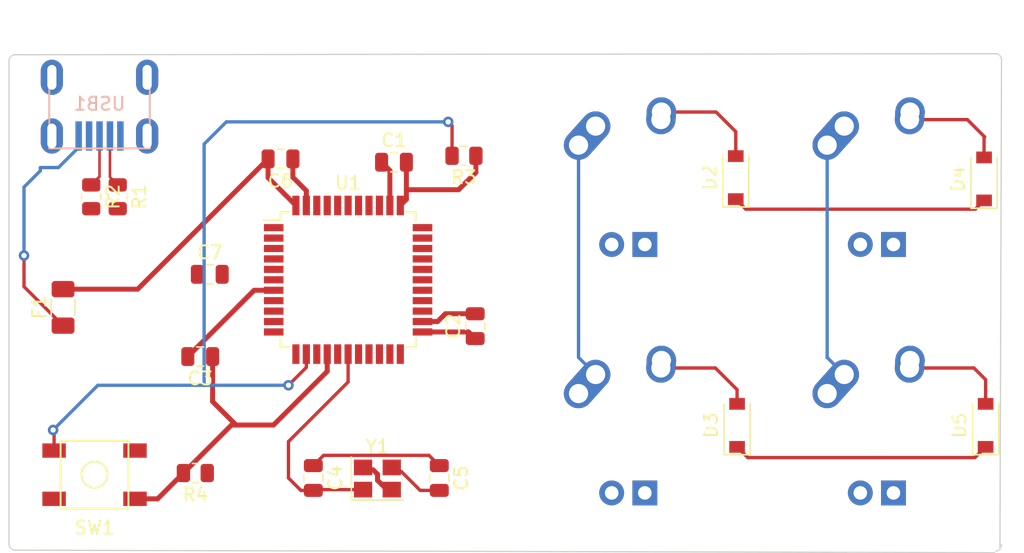
<source format=kicad_pcb>
(kicad_pcb (version 20211014) (generator pcbnew)
  (layers (0 "F.Cu" signal) (31 "B.Cu" signal) (34 "B.Paste" user) (35 "F.Paste" user) (36 "B.SilkS" user "B.Silkscreen") (37 "F.SilkS" user "F.Silkscreen") (38 "B.Mask" user) (39 "F.Mask" user) (44 "Edge.Cuts" user))
  (net 0 "")
  (net 1 "GND")
  (net 2 "+5V")
  (net 3 "Net-(C4-Pad1)")
  (net 4 "Net-(C4-Pad2)")
  (net 5 "Net-(C5-Pad2)")
  (net 6 "Net-(C7-Pad2)")
  (net 7 "/ROW0")
  (net 8 "Net-(D1-Pad2)")
  (net 9 "/ROW1")
  (net 10 "Net-(D3-Pad2)")
  (net 11 "Net-(D4-Pad2)")
  (net 12 "Net-(D5-Pad2)")
  (net 13 "VCC")
  (net 14 "/COL0")
  (net 15 "/COL1")
  (net 16 "/D-")
  (net 17 "Net-(R1-Pad2)")
  (net 18 "/D+")
  (net 19 "Net-(R2-Pad2)")
  (net 20 "Net-(R3-Pad2)")
  (net 21 "Net-(R4-Pad1)")
  (footprint "Capacitor_SMD:C_0805_2012Metric" (layer "F.Cu") (at 207.348 122.594)
    (fp_text reference "C1" (at 0 -1.68) (layer "F.SilkS"))
    (fp_text value "0.1uF")
    (fp_line (start -0.261252 -0.735) (end 0.261252 -0.735) (layer "F.SilkS") (width 0.12))
    (fp_line (start -0.261252 0.735) (end 0.261252 0.735) (layer "F.SilkS") (width 0.12))
    (pad "1" smd roundrect (at -0.95 0) (size 1 1.45) (layers "F.Cu" "F.Paste" "F.Mask") (net 1 "GND"))
    (pad "2" smd roundrect (at 0.95 0) (size 1 1.45) (layers "F.Cu" "F.Paste" "F.Mask") (net 2 "+5V"))
  )
  (footprint "MX_Alps_Hybrid:MX-1U" (layer "F.Cu") (at 244.348 123.825)
    (fp_text reference "MX4")
    (fp_text value "MX-NoLED")
    (pad "" np_thru_hole circle locked (at 0 0) (size 3.9878 3.9878) (drill 3.9878) (layers *.Cu *.Mask))
    (pad "" np_thru_hole circle locked (at 5.08 0 48.0996) (size 1.75 1.75) (drill 1.75) (layers *.Cu *.Mask))
    (pad "" np_thru_hole circle locked (at -5.08 0 48.0996) (size 1.75 1.75) (drill 1.75) (layers *.Cu *.Mask))
    (pad "1" thru_hole oval locked (at -3.81 -2.54 48.0996) (size 4.211556 2.25) (drill 1.47 (offset 0.980778 0)) (layers *.Cu "B.Mask") (net 15 "/COL1"))
    (pad "1" thru_hole circle locked (at -2.5 -4) (size 2.25 2.25) (drill 1.47) (layers *.Cu "B.Mask") (net 15 "/COL1"))
    (pad "2" thru_hole oval locked (at 2.5 -4.5 86.0548) (size 2.831378 2.25) (drill 1.47 (offset 0.290689 0)) (layers *.Cu "B.Mask") (net 11 "Net-(D4-Pad2)"))
    (pad "2" thru_hole circle locked (at 2.54 -5.08) (size 2.25 2.25) (drill 1.47) (layers *.Cu "B.Mask") (net 11 "Net-(D4-Pad2)"))
    (pad "3" thru_hole circle locked (at -1.27 5.08) (size 1.905 1.905) (drill 1.04) (layers *.Cu "B.Mask"))
    (pad "4" thru_hole rect locked (at 1.27 5.08) (size 1.905 1.905) (drill 1.04) (layers *.Cu "B.Mask"))
  )
  (footprint "Crystal:Crystal_SMD_3225-4Pin_3.2x2.5mm" (layer "F.Cu") (at 206.078 146.851)
    (fp_text reference "Y1" (at 0 -2.45) (layer "F.SilkS"))
    (fp_text value "16MHz")
    (fp_line (start -2 -1.65) (end -2 1.65) (layer "F.SilkS") (width 0.12))
    (fp_line (start -2 1.65) (end 2 1.65) (layer "F.SilkS") (width 0.12))
    (pad "1" smd rect (at -1.1 0.85) (size 1.4 1.2) (layers "F.Cu" "F.Paste" "F.Mask") (net 4 "Net-(C4-Pad2)"))
    (pad "2" smd rect (at 1.1 0.85) (size 1.4 1.2) (layers "F.Cu" "F.Paste" "F.Mask") (net 1 "GND"))
    (pad "3" smd rect (at 1.1 -0.85) (size 1.4 1.2) (layers "F.Cu" "F.Paste" "F.Mask") (net 5 "Net-(C5-Pad2)"))
    (pad "4" smd rect (at -1.1 -0.85) (size 1.4 1.2) (layers "F.Cu" "F.Paste" "F.Mask") (net 1 "GND"))
  )
  (footprint "Diode_SMD:D_SOD-123" (layer "F.Cu") (at 252.67925 142.775 90)
    (fp_text reference "D5" (at 0 -2 90) (layer "F.SilkS"))
    (fp_text value "SOD-123")
    (fp_line (start -2.25 1) (end 1.65 1) (layer "F.SilkS") (width 0.12))
    (fp_line (start -2.25 -1) (end 1.65 -1) (layer "F.SilkS") (width 0.12))
    (fp_line (start -2.25 -1) (end -2.25 1) (layer "F.SilkS") (width 0.12))
    (pad "1" smd rect (at -1.65 0 90) (size 0.9 1.2) (layers "F.Cu" "F.Paste" "F.Mask") (net 9 "/ROW1"))
    (pad "2" smd rect (at 1.65 0 90) (size 0.9 1.2) (layers "F.Cu" "F.Paste" "F.Mask") (net 12 "Net-(D5-Pad2)"))
  )
  (footprint "Capacitor_SMD:C_0805_2012Metric" (layer "F.Cu") (at 192.5 137.5 180)
    (fp_text reference "C3" (at 0 -1.68) (layer "F.SilkS"))
    (fp_text value "0.1uF")
    (fp_line (start -0.261252 0.735) (end 0.261252 0.735) (layer "F.SilkS") (width 0.12))
    (fp_line (start -0.261252 -0.735) (end 0.261252 -0.735) (layer "F.SilkS") (width 0.12))
    (pad "1" smd roundrect (at -0.95 0 180) (size 1 1.45) (layers "F.Cu" "F.Paste" "F.Mask") (net 1 "GND"))
    (pad "2" smd roundrect (at 0.95 0 180) (size 1 1.45) (layers "F.Cu" "F.Paste" "F.Mask") (net 2 "+5V"))
  )
  (footprint "Resistor_SMD:R_0805_2012Metric" (layer "F.Cu") (at 186.182 125.2455 -90)
    (fp_text reference "R1" (at 0 -1.65 90) (layer "F.SilkS"))
    (fp_text value "22")
    (fp_line (start -0.227064 0.735) (end 0.227064 0.735) (layer "F.SilkS") (width 0.12))
    (fp_line (start -0.227064 -0.735) (end 0.227064 -0.735) (layer "F.SilkS") (width 0.12))
    (pad "1" smd roundrect (at -0.9125 0 270) (size 1.025 1.4) (layers "F.Cu" "F.Paste" "F.Mask") (roundrect_rratio 0.243902) (net 16 "/D-"))
    (pad "2" smd roundrect (at 0.9125 0 270) (size 1.025 1.4) (layers "F.Cu" "F.Paste" "F.Mask") (roundrect_rratio 0.243902) (net 17 "Net-(R1-Pad2)"))
  )
  (footprint "MX_Alps_Hybrid:MX-1U" (layer "F.Cu") (at 244.348 142.875)
    (fp_text reference "MX5")
    (fp_text value "MX-NoLED")
    (pad "" np_thru_hole circle locked (at 5.08 0 48.0996) (size 1.75 1.75) (drill 1.75) (layers *.Cu *.Mask))
    (pad "" np_thru_hole circle locked (at 0 0) (size 3.9878 3.9878) (drill 3.9878) (layers *.Cu *.Mask))
    (pad "" np_thru_hole circle locked (at -5.08 0 48.0996) (size 1.75 1.75) (drill 1.75) (layers *.Cu *.Mask))
    (pad "1" thru_hole oval locked (at -3.81 -2.54 48.0996) (size 4.211556 2.25) (drill 1.47 (offset 0.980778 0)) (layers *.Cu "B.Mask") (net 15 "/COL1"))
    (pad "1" thru_hole circle locked (at -2.5 -4) (size 2.25 2.25) (drill 1.47) (layers *.Cu "B.Mask") (net 15 "/COL1"))
    (pad "2" thru_hole circle locked (at 2.54 -5.08) (size 2.25 2.25) (drill 1.47) (layers *.Cu "B.Mask") (net 12 "Net-(D5-Pad2)"))
    (pad "2" thru_hole oval locked (at 2.5 -4.5 86.0548) (size 2.831378 2.25) (drill 1.47 (offset 0.290689 0)) (layers *.Cu "B.Mask") (net 12 "Net-(D5-Pad2)"))
    (pad "3" thru_hole circle locked (at -1.27 5.08) (size 1.905 1.905) (drill 1.04) (layers *.Cu "B.Mask"))
    (pad "4" thru_hole rect locked (at 1.27 5.08) (size 1.905 1.905) (drill 1.04) (layers *.Cu "B.Mask"))
  )
  (footprint "MX_Alps_Hybrid:MX-1U" (layer "F.Cu") (at 225.298 142.875)
    (fp_text reference "MX3")
    (fp_text value "MX-NoLED")
    (pad "" np_thru_hole circle locked (at 5.08 0 48.0996) (size 1.75 1.75) (drill 1.75) (layers *.Cu *.Mask))
    (pad "" np_thru_hole circle locked (at 0 0) (size 3.9878 3.9878) (drill 3.9878) (layers *.Cu *.Mask))
    (pad "" np_thru_hole circle locked (at -5.08 0 48.0996) (size 1.75 1.75) (drill 1.75) (layers *.Cu *.Mask))
    (pad "1" thru_hole oval locked (at -3.81 -2.54 48.0996) (size 4.211556 2.25) (drill 1.47 (offset 0.980778 0)) (layers *.Cu "B.Mask") (net 14 "/COL0"))
    (pad "1" thru_hole circle locked (at -2.5 -4) (size 2.25 2.25) (drill 1.47) (layers *.Cu "B.Mask") (net 14 "/COL0"))
    (pad "2" thru_hole circle locked (at 2.54 -5.08) (size 2.25 2.25) (drill 1.47) (layers *.Cu "B.Mask") (net 10 "Net-(D3-Pad2)"))
    (pad "2" thru_hole oval locked (at 2.5 -4.5 86.0548) (size 2.831378 2.25) (drill 1.47 (offset 0.290689 0)) (layers *.Cu "B.Mask") (net 10 "Net-(D3-Pad2)"))
    (pad "3" thru_hole circle locked (at -1.27 5.08) (size 1.905 1.905) (drill 1.04) (layers *.Cu "B.Mask"))
    (pad "4" thru_hole rect locked (at 1.27 5.08) (size 1.905 1.905) (drill 1.04) (layers *.Cu "B.Mask"))
  )
  (footprint "Resistor_SMD:R_0805_2012Metric" (layer "F.Cu") (at 184.15 125.2455 -90)
    (fp_text reference "R2" (at 0 -1.65 90) (layer "F.SilkS"))
    (fp_text value "22")
    (fp_line (start -0.227064 0.735) (end 0.227064 0.735) (layer "F.SilkS") (width 0.12))
    (fp_line (start -0.227064 -0.735) (end 0.227064 -0.735) (layer "F.SilkS") (width 0.12))
    (pad "1" smd roundrect (at -0.9125 0 270) (size 1.025 1.4) (layers "F.Cu" "F.Paste" "F.Mask") (roundrect_rratio 0.243902) (net 18 "/D+"))
    (pad "2" smd roundrect (at 0.9125 0 270) (size 1.025 1.4) (layers "F.Cu" "F.Paste" "F.Mask") (roundrect_rratio 0.243902) (net 19 "Net-(R2-Pad2)"))
  )
  (footprint "Fuse:Fuse_1206_3216Metric" (layer "F.Cu") (at 181.991 133.728 90)
    (fp_text reference "F1" (at 0 -1.82 90) (layer "F.SilkS"))
    (fp_text value "500mA")
    (fp_line (start -0.602064 -0.91) (end 0.602064 -0.91) (layer "F.SilkS") (width 0.12))
    (fp_line (start -0.602064 0.91) (end 0.602064 0.91) (layer "F.SilkS") (width 0.12))
    (pad "1" smd roundrect (at -1.4 0 90) (size 1.25 1.75) (layers "F.Cu" "F.Paste" "F.Mask") (roundrect_rratio 0.2) (net 13 "VCC"))
    (pad "2" smd roundrect (at 1.4 0 90) (size 1.25 1.75) (layers "F.Cu" "F.Paste" "F.Mask") (roundrect_rratio 0.2) (net 2 "+5V"))
  )
  (footprint "MX_Alps_Hybrid:MX-1U" (layer "F.Cu") (at 225.298 123.825)
    (fp_text reference "MX1")
    (fp_text value "MX-NoLED")
    (pad "" np_thru_hole circle locked (at -5.08 0 48.0996) (size 1.75 1.75) (drill 1.75) (layers *.Cu *.Mask))
    (pad "" np_thru_hole circle locked (at 5.08 0 48.0996) (size 1.75 1.75) (drill 1.75) (layers *.Cu *.Mask))
    (pad "" np_thru_hole circle locked (at 0 0) (size 3.9878 3.9878) (drill 3.9878) (layers *.Cu *.Mask))
    (pad "1" thru_hole circle locked (at -2.5 -4) (size 2.25 2.25) (drill 1.47) (layers *.Cu "B.Mask") (net 14 "/COL0"))
    (pad "1" thru_hole oval locked (at -3.81 -2.54 48.0996) (size 4.211556 2.25) (drill 1.47 (offset 0.980778 0)) (layers *.Cu "B.Mask") (net 14 "/COL0"))
    (pad "2" thru_hole circle locked (at 2.54 -5.08) (size 2.25 2.25) (drill 1.47) (layers *.Cu "B.Mask") (net 8 "Net-(D1-Pad2)"))
    (pad "2" thru_hole oval locked (at 2.5 -4.5 86.0548) (size 2.831378 2.25) (drill 1.47 (offset 0.290689 0)) (layers *.Cu "B.Mask") (net 8 "Net-(D1-Pad2)"))
    (pad "3" thru_hole circle locked (at -1.27 5.08) (size 1.905 1.905) (drill 1.04) (layers *.Cu "B.Mask"))
    (pad "4" thru_hole rect locked (at 1.27 5.08) (size 1.905 1.905) (drill 1.04) (layers *.Cu "B.Mask"))
  )
  (footprint "Capacitor_SMD:C_0805_2012Metric" (layer "F.Cu") (at 198.651 122.34 180)
    (fp_text reference "C6" (at 0 -1.68) (layer "F.SilkS"))
    (fp_text value "10uF")
    (fp_line (start -0.261252 -0.735) (end 0.261252 -0.735) (layer "F.SilkS") (width 0.12))
    (fp_line (start -0.261252 0.735) (end 0.261252 0.735) (layer "F.SilkS") (width 0.12))
    (pad "1" smd roundrect (at -0.95 0 180) (size 1 1.45) (layers "F.Cu" "F.Paste" "F.Mask") (net 1 "GND"))
    (pad "2" smd roundrect (at 0.95 0 180) (size 1 1.45) (layers "F.Cu" "F.Paste" "F.Mask") (net 2 "+5V"))
  )
  (footprint "Capacitor_SMD:C_0805_2012Metric" (layer "F.Cu") (at 201.168 146.812 -90)
    (fp_text reference "C4" (at 0 -1.68 90) (layer "F.SilkS"))
    (fp_text value "22pF")
    (fp_line (start -0.261252 -0.735) (end 0.261252 -0.735) (layer "F.SilkS") (width 0.12))
    (fp_line (start -0.261252 0.735) (end 0.261252 0.735) (layer "F.SilkS") (width 0.12))
    (pad "1" smd roundrect (at -0.95 0 270) (size 1 1.45) (layers "F.Cu" "F.Paste" "F.Mask") (net 3 "Net-(C4-Pad1)"))
    (pad "2" smd roundrect (at 0.95 0 270) (size 1 1.45) (layers "F.Cu" "F.Paste" "F.Mask") (net 4 "Net-(C4-Pad2)"))
  )
  (footprint "Package_QFP:TQFP-44_10x10mm_P0.8mm" (layer "F.Cu") (at 203.833 131.611)
    (fp_text reference "U1" (at 0 -7.45) (layer "F.SilkS"))
    (fp_text value "ATmega32U4-A")
    (fp_line (start -5.175 5.175) (end -4.5 5.175) (layer "F.SilkS") (width 0.15))
    (fp_line (start 5.175 5.175) (end 4.5 5.175) (layer "F.SilkS") (width 0.15))
    (fp_line (start -5.175 -4.6) (end -6.45 -4.6) (layer "F.SilkS") (width 0.15))
    (fp_line (start -5.175 5.175) (end -5.175 4.5) (layer "F.SilkS") (width 0.15))
    (fp_line (start 5.175 5.175) (end 5.175 4.5) (layer "F.SilkS") (width 0.15))
    (fp_line (start -5.175 -5.175) (end -4.5 -5.175) (layer "F.SilkS") (width 0.15))
    (fp_line (start -5.175 -5.175) (end -5.175 -4.6) (layer "F.SilkS") (width 0.15))
    (fp_line (start 5.175 -5.175) (end 4.5 -5.175) (layer "F.SilkS") (width 0.15))
    (fp_line (start 5.175 -5.175) (end 5.175 -4.5) (layer "F.SilkS") (width 0.15))
    (pad "1" smd rect (at -5.7 -4) (size 1.5 0.55) (layers "F.Cu" "F.Paste" "F.Mask"))
    (pad "2" smd rect (at -5.7 -3.2) (size 1.5 0.55) (layers "F.Cu" "F.Paste" "F.Mask") (net 2 "+5V"))
    (pad "3" smd rect (at -5.7 -2.4) (size 1.5 0.55) (layers "F.Cu" "F.Paste" "F.Mask") (net 17 "Net-(R1-Pad2)"))
    (pad "4" smd rect (at -5.7 -1.6) (size 1.5 0.55) (layers "F.Cu" "F.Paste" "F.Mask") (net 19 "Net-(R2-Pad2)"))
    (pad "5" smd rect (at -5.7 -0.8) (size 1.5 0.55) (layers "F.Cu" "F.Paste" "F.Mask") (net 1 "GND"))
    (pad "6" smd rect (at -5.7 0) (size 1.5 0.55) (layers "F.Cu" "F.Paste" "F.Mask") (net 6 "Net-(C7-Pad2)"))
    (pad "7" smd rect (at -5.7 0.8) (size 1.5 0.55) (layers "F.Cu" "F.Paste" "F.Mask") (net 2 "+5V"))
    (pad "8" smd rect (at -5.7 1.6) (size 1.5 0.55) (layers "F.Cu" "F.Paste" "F.Mask"))
    (pad "9" smd rect (at -5.7 2.4) (size 1.5 0.55) (layers "F.Cu" "F.Paste" "F.Mask"))
    (pad "10" smd rect (at -5.7 3.2) (size 1.5 0.55) (layers "F.Cu" "F.Paste" "F.Mask"))
    (pad "11" smd rect (at -5.7 4) (size 1.5 0.55) (layers "F.Cu" "F.Paste" "F.Mask"))
    (pad "12" smd rect (at -4 5.7 90) (size 1.5 0.55) (layers "F.Cu" "F.Paste" "F.Mask"))
    (pad "13" smd rect (at -3.2 5.7 90) (size 1.5 0.55) (layers "F.Cu" "F.Paste" "F.Mask") (net 20 "Net-(R3-Pad2)"))
    (pad "14" smd rect (at -2.4 5.7 90) (size 1.5 0.55) (layers "F.Cu" "F.Paste" "F.Mask") (net 2 "+5V"))
    (pad "15" smd rect (at -1.6 5.7 90) (size 1.5 0.55) (layers "F.Cu" "F.Paste" "F.Mask") (net 1 "GND"))
    (pad "16" smd rect (at -0.8 5.7 90) (size 1.5 0.55) (layers "F.Cu" "F.Paste" "F.Mask") (net 5 "Net-(C5-Pad2)"))
    (pad "17" smd rect (at 0 5.7 90) (size 1.5 0.55) (layers "F.Cu" "F.Paste" "F.Mask") (net 4 "Net-(C4-Pad2)"))
    (pad "18" smd rect (at 0.8 5.7 90) (size 1.5 0.55) (layers "F.Cu" "F.Paste" "F.Mask"))
    (pad "19" smd rect (at 1.6 5.7 90) (size 1.5 0.55) (layers "F.Cu" "F.Paste" "F.Mask"))
    (pad "20" smd rect (at 2.4 5.7 90) (size 1.5 0.55) (layers "F.Cu" "F.Paste" "F.Mask"))
    (pad "21" smd rect (at 3.2 5.7 90) (size 1.5 0.55) (layers "F.Cu" "F.Paste" "F.Mask"))
    (pad "22" smd rect (at 4 5.7 90) (size 1.5 0.55) (layers "F.Cu" "F.Paste" "F.Mask"))
    (pad "23" smd rect (at 5.7 4) (size 1.5 0.55) (layers "F.Cu" "F.Paste" "F.Mask") (net 1 "GND"))
    (pad "24" smd rect (at 5.7 3.2) (size 1.5 0.55) (layers "F.Cu" "F.Paste" "F.Mask") (net 2 "+5V"))
    (pad "25" smd rect (at 5.7 2.4) (size 1.5 0.55) (layers "F.Cu" "F.Paste" "F.Mask"))
    (pad "26" smd rect (at 5.7 1.6) (size 1.5 0.55) (layers "F.Cu" "F.Paste" "F.Mask"))
    (pad "27" smd rect (at 5.7 0.8) (size 1.5 0.55) (layers "F.Cu" "F.Paste" "F.Mask") (net 7 "/ROW0"))
    (pad "28" smd rect (at 5.7 0) (size 1.5 0.55) (layers "F.Cu" "F.Paste" "F.Mask") (net 15 "/COL1"))
    (pad "29" smd rect (at 5.7 -0.8) (size 1.5 0.55) (layers "F.Cu" "F.Paste" "F.Mask") (net 14 "/COL0"))
    (pad "30" smd rect (at 5.7 -1.6) (size 1.5 0.55) (layers "F.Cu" "F.Paste" "F.Mask") (net 9 "/ROW1"))
    (pad "31" smd rect (at 5.7 -2.4) (size 1.5 0.55) (layers "F.Cu" "F.Paste" "F.Mask"))
    (pad "32" smd rect (at 5.7 -3.2) (size 1.5 0.55) (layers "F.Cu" "F.Paste" "F.Mask"))
    (pad "33" smd rect (at 5.7 -4) (size 1.5 0.55) (layers "F.Cu" "F.Paste" "F.Mask") (net 21 "Net-(R4-Pad1)"))
    (pad "34" smd rect (at 4 -5.7 90) (size 1.5 0.55) (layers "F.Cu" "F.Paste" "F.Mask") (net 2 "+5V"))
    (pad "35" smd rect (at 3.2 -5.7 90) (size 1.5 0.55) (layers "F.Cu" "F.Paste" "F.Mask") (net 1 "GND"))
    (pad "36" smd rect (at 2.4 -5.7 90) (size 1.5 0.55) (layers "F.Cu" "F.Paste" "F.Mask"))
    (pad "37" smd rect (at 1.6 -5.7 90) (size 1.5 0.55) (layers "F.Cu" "F.Paste" "F.Mask"))
    (pad "38" smd rect (at 0.8 -5.7 90) (size 1.5 0.55) (layers "F.Cu" "F.Paste" "F.Mask"))
    (pad "39" smd rect (at 0 -5.7 90) (size 1.5 0.55) (layers "F.Cu" "F.Paste" "F.Mask"))
    (pad "40" smd rect (at -0.8 -5.7 90) (size 1.5 0.55) (layers "F.Cu" "F.Paste" "F.Mask"))
    (pad "41" smd rect (at -1.6 -5.7 90) (size 1.5 0.55) (layers "F.Cu" "F.Paste" "F.Mask"))
    (pad "42" smd rect (at -2.4 -5.7 90) (size 1.5 0.55) (layers "F.Cu" "F.Paste" "F.Mask"))
    (pad "43" smd rect (at -3.2 -5.7 90) (size 1.5 0.55) (layers "F.Cu" "F.Paste" "F.Mask") (net 1 "GND"))
    (pad "44" smd rect (at -4 -5.7 90) (size 1.5 0.55) (layers "F.Cu" "F.Paste" "F.Mask") (net 2 "+5V"))
  )
  (footprint "Diode_SMD:D_SOD-123" (layer "F.Cu") (at 233.6355 142.775 90)
    (fp_text reference "D3" (at 0 -2 90) (layer "F.SilkS"))
    (fp_text value "SOD-123")
    (fp_line (start -2.25 1) (end 1.65 1) (layer "F.SilkS") (width 0.12))
    (fp_line (start -2.25 -1) (end 1.65 -1) (layer "F.SilkS") (width 0.12))
    (fp_line (start -2.25 -1) (end -2.25 1) (layer "F.SilkS") (width 0.12))
    (pad "1" smd rect (at -1.65 0 90) (size 0.9 1.2) (layers "F.Cu" "F.Paste" "F.Mask") (net 9 "/ROW1"))
    (pad "2" smd rect (at 1.65 0 90) (size 0.9 1.2) (layers "F.Cu" "F.Paste" "F.Mask") (net 10 "Net-(D3-Pad2)"))
  )
  (footprint "Resistor_SMD:R_0805_2012Metric" (layer "F.Cu") (at 192.1275 146.431 180)
    (fp_text reference "R4" (at 0 -1.65) (layer "F.SilkS"))
    (fp_text value "10k")
    (fp_line (start -0.227064 0.735) (end 0.227064 0.735) (layer "F.SilkS") (width 0.12))
    (fp_line (start -0.227064 -0.735) (end 0.227064 -0.735) (layer "F.SilkS") (width 0.12))
    (pad "1" smd roundrect (at -0.9125 0 180) (size 1.025 1.4) (layers "F.Cu" "F.Paste" "F.Mask") (roundrect_rratio 0.243902) (net 21 "Net-(R4-Pad1)"))
    (pad "2" smd roundrect (at 0.9125 0 180) (size 1.025 1.4) (layers "F.Cu" "F.Paste" "F.Mask") (roundrect_rratio 0.243902) (net 1 "GND"))
  )
  (footprint "Diode_SMD:D_SOD-123" (layer "F.Cu") (at 252.5605 123.875 90)
    (fp_text reference "D4" (at 0 -2 90) (layer "F.SilkS"))
    (fp_text value "SOD-123")
    (fp_line (start -2.25 -1) (end 1.65 -1) (layer "F.SilkS") (width 0.12))
    (fp_line (start -2.25 1) (end 1.65 1) (layer "F.SilkS") (width 0.12))
    (fp_line (start -2.25 -1) (end -2.25 1) (layer "F.SilkS") (width 0.12))
    (pad "1" smd rect (at -1.65 0 90) (size 0.9 1.2) (layers "F.Cu" "F.Paste" "F.Mask") (net 7 "/ROW0"))
    (pad "2" smd rect (at 1.65 0 90) (size 0.9 1.2) (layers "F.Cu" "F.Paste" "F.Mask") (net 11 "Net-(D4-Pad2)"))
  )
  (footprint "Resistor_SMD:R_0805_2012Metric" (layer "F.Cu") (at 212.71 122.101 180)
    (fp_text reference "R3" (at 0 -1.65) (layer "F.SilkS"))
    (fp_text value "10k")
    (fp_line (start -0.227064 0.735) (end 0.227064 0.735) (layer "F.SilkS") (width 0.12))
    (fp_line (start -0.227064 -0.735) (end 0.227064 -0.735) (layer "F.SilkS") (width 0.12))
    (pad "1" smd roundrect (at -0.9125 0 180) (size 1.025 1.4) (layers "F.Cu" "F.Paste" "F.Mask") (roundrect_rratio 0.243902) (net 2 "+5V"))
    (pad "2" smd roundrect (at 0.9125 0 180) (size 1.025 1.4) (layers "F.Cu" "F.Paste" "F.Mask") (roundrect_rratio 0.243902) (net 20 "Net-(R3-Pad2)"))
  )
  (footprint "Capacitor_SMD:C_0805_2012Metric" (layer "F.Cu") (at 210.82 146.812 -90)
    (fp_text reference "C5" (at 0 -1.68 90) (layer "F.SilkS"))
    (fp_text value "22pF")
    (fp_line (start -0.261252 -0.735) (end 0.261252 -0.735) (layer "F.SilkS") (width 0.12))
    (fp_line (start -0.261252 0.735) (end 0.261252 0.735) (layer "F.SilkS") (width 0.12))
    (pad "1" smd roundrect (at -0.95 0 270) (size 1 1.45) (layers "F.Cu" "F.Paste" "F.Mask") (net 3 "Net-(C4-Pad1)"))
    (pad "2" smd roundrect (at 0.95 0 270) (size 1 1.45) (layers "F.Cu" "F.Paste" "F.Mask") (net 5 "Net-(C5-Pad2)"))
  )
  (footprint "Capacitor_SMD:C_0805_2012Metric" (layer "F.Cu") (at 193.233 131.191)
    (fp_text reference "C7" (at 0 -1.68) (layer "F.SilkS"))
    (fp_text value "1uF")
    (fp_line (start -0.261252 0.735) (end 0.261252 0.735) (layer "F.SilkS") (width 0.12))
    (fp_line (start -0.261252 -0.735) (end 0.261252 -0.735) (layer "F.SilkS") (width 0.12))
    (pad "1" smd roundrect (at -0.95 0) (size 1 1.45) (layers "F.Cu" "F.Paste" "F.Mask") (net 1 "GND"))
    (pad "2" smd roundrect (at 0.95 0) (size 1 1.45) (layers "F.Cu" "F.Paste" "F.Mask") (net 6 "Net-(C7-Pad2)"))
  )
  (footprint "KBParts:SKQG-1155865" (layer "F.Cu") (at 184.404 146.558)
    (fp_text reference "SW1" (at 0 4.064) (layer "F.SilkS"))
    (fp_text value "SW_Push")
    (fp_line (start 2.6 -2.6) (end 2.6 2.6) (layer "F.SilkS") (width 0.15))
    (fp_line (start -2.6 2.6) (end -2.6 -2.6) (layer "F.SilkS") (width 0.15))
    (fp_line (start 2.6 2.6) (end -2.6 2.6) (layer "F.SilkS") (width 0.15))
    (fp_line (start -2.6 -2.6) (end 2.6 -2.6) (layer "F.SilkS") (width 0.15))
    (fp_circle (center 0 0) (end 1 0) (layer "F.SilkS") (width 0.15) (fill none))
    (pad "1" smd rect locked (at 3.1 1.85) (size 1.8 1.1) (layers "F.Cu" "F.Paste" "F.Mask") (net 1 "GND"))
    (pad "2" smd rect locked (at -3.1 -1.85) (size 1.8 1.1) (layers "F.Cu" "F.Paste" "F.Mask") (net 20 "Net-(R3-Pad2)"))
    (pad "3" smd rect locked (at 3.1 -1.85) (size 1.8 1.1) (layers "F.Cu" "F.Paste" "F.Mask"))
    (pad "4" smd rect locked (at -3.1 1.85) (size 1.8 1.1) (layers "F.Cu" "F.Paste" "F.Mask"))
  )
  (footprint "Capacitor_SMD:C_0805_2012Metric" (layer "F.Cu") (at 213.571 135.167 90)
    (fp_text reference "C2" (at 0 -1.68 90) (layer "F.SilkS"))
    (fp_text value "0.1uF")
    (fp_line (start -0.261252 0.735) (end 0.261252 0.735) (layer "F.SilkS") (width 0.12))
    (fp_line (start -0.261252 -0.735) (end 0.261252 -0.735) (layer "F.SilkS") (width 0.12))
    (pad "1" smd roundrect (at -0.95 0 90) (size 1 1.45) (layers "F.Cu" "F.Paste" "F.Mask") (net 1 "GND"))
    (pad "2" smd roundrect (at 0.95 0 90) (size 1 1.45) (layers "F.Cu" "F.Paste" "F.Mask") (net 2 "+5V"))
  )
  (footprint "Diode_SMD:D_SOD-123" (layer "F.Cu") (at 233.5355 123.775 90)
    (fp_text reference "D2" (at 0 -2 90) (layer "F.SilkS"))
    (fp_text value "SOD-123")
    (fp_line (start -2.25 1) (end 1.65 1) (layer "F.SilkS") (width 0.12))
    (fp_line (start -2.25 -1) (end -2.25 1) (layer "F.SilkS") (width 0.12))
    (fp_line (start -2.25 -1) (end 1.65 -1) (layer "F.SilkS") (width 0.12))
    (pad "1" smd rect (at -1.65 0 90) (size 0.9 1.2) (layers "F.Cu" "F.Paste" "F.Mask") (net 7 "/ROW0"))
    (pad "2" smd rect (at 1.65 0 90) (size 0.9 1.2) (layers "F.Cu" "F.Paste" "F.Mask") (net 8 "Net-(D1-Pad2)"))
  )
  (footprint "KBParts:Molex-0548190589" (layer "B.Cu") (at 184.785 116.0815 -90)
    (fp_text reference "USB1" (at 2.032 0) (layer "B.SilkS") (effects (justify mirror)))
    (fp_text value "Molex-0548190589")
    (fp_line (start 0 3.85) (end 5.45 3.85) (layer "B.SilkS") (width 0.15))
    (fp_line (start 0 -3.85) (end 5.45 -3.85) (layer "B.SilkS") (width 0.15))
    (fp_line (start 5.45 3.85) (end 5.45 -3.85) (layer "B.SilkS") (width 0.15))
    (pad "1" smd rect locked (at 4.5 -1.6 270) (size 2.25 0.5) (layers "B.Cu" "B.Paste" "B.Mask") (net 1 "GND"))
    (pad "2" smd rect locked (at 4.5 -0.8 270) (size 2.25 0.5) (layers "B.Cu" "B.Paste" "B.Mask"))
    (pad "3" smd rect locked (at 4.5 0 270) (size 2.25 0.5) (layers "B.Cu" "B.Paste" "B.Mask") (net 18 "/D+"))
    (pad "4" smd rect locked (at 4.5 0.8 270) (size 2.25 0.5) (layers "B.Cu" "B.Paste" "B.Mask") (net 16 "/D-"))
    (pad "5" smd rect locked (at 4.5 1.6 270) (size 2.25 0.5) (layers "B.Cu" "B.Paste" "B.Mask") (net 13 "VCC"))
    (pad "6" thru_hole oval locked (at 0 -3.65 270) (size 2.7 1.7) (drill oval 1.9 0.7) (layers *.Cu *.Mask))
    (pad "6" thru_hole oval locked (at 0 3.65 270) (size 2.7 1.7) (drill oval 1.9 0.7) (layers *.Cu *.Mask))
    (pad "6" thru_hole oval locked (at 4.5 3.65 270) (size 2.7 1.7) (drill oval 1.9 0.7) (layers *.Cu *.Mask))
    (pad "6" thru_hole oval locked (at 4.5 -3.65 270) (size 2.7 1.7) (drill oval 1.9 0.7) (layers *.Cu *.Mask))
  )
  (gr_arc (start 253.89676 151.92235) (mid 253.779916 152.264855) (end 253.455107 152.424422) (layer "Edge.Cuts") (width 0.1))
  (gr_line (start 253.898031 114.714503) (end 253.779916 152.264855) (layer "Edge.Cuts") (width 0.1))
  (gr_arc (start 177.851551 114.854105) (mid 177.968395 114.5116) (end 178.293204 114.352033) (layer "Edge.Cuts") (width 0.1))
  (gr_line (start 253.371233 152.541266) (end 178.351126 152.348095) (layer "Edge.Cuts") (width 0.1))
  (gr_line (start 178.293204 114.352033) (end 253.395959 114.27285) (layer "Edge.Cuts") (width 0.1))
  (gr_arc (start 178.351126 152.348095) (mid 178.008621 152.231251) (end 177.849054 151.906442) (layer "Edge.Cuts") (width 0.1))
  (gr_line (start 177.849054 151.906442) (end 177.851551 114.854105) (layer "Edge.Cuts") (width 0.1))
  (gr_arc (start 253.395959 114.27285) (mid 253.738465 114.389694) (end 253.898031 114.714503) (layer "Edge.Cuts") (width 0.1))
  (segment (start 193.45 140.95) (end 195.248 142.748) (width 0.381) (layer "F.Cu") (net 1))
  (segment (start 207.178 147.701) (end 206.797 147.701) (width 0.381) (layer "F.Cu") (net 1))
  (segment (start 206.0875 146.5245) (end 205.74 146.177) (width 0.381) (layer "F.Cu") (net 1))
  (segment (start 191.215 146.431) (end 194.898 142.748) (width 0.381) (layer "F.Cu") (net 1))
  (segment (start 199.601 123.748) (end 200.633 124.78) (width 0.381) (layer "F.Cu") (net 1))
  (segment (start 213.571 136.117) (end 213.065 135.611) (width 0.381) (layer "F.Cu") (net 1))
  (segment (start 206.0875 146.9915) (end 206.0875 146.5245) (width 0.381) (layer "F.Cu") (net 1))
  (segment (start 206.398 122.594) (end 207.033 123.229) (width 0.381) (layer "F.Cu") (net 1))
  (segment (start 198.12 142.748) (end 202.233 138.635) (width 0.381) (layer "F.Cu") (net 1))
  (segment (start 202.233 138.635) (end 202.233 137.311) (width 0.381) (layer "F.Cu") (net 1))
  (segment (start 194.898 142.748) (end 195.248 142.748) (width 0.381) (layer "F.Cu") (net 1))
  (segment (start 195.248 142.748) (end 198.12 142.748) (width 0.381) (layer "F.Cu") (net 1))
  (segment (start 193.45 137.5) (end 193.45 140.95) (width 0.381) (layer "F.Cu") (net 1))
  (segment (start 200.633 124.78) (end 200.633 125.911) (width 0.381) (layer "F.Cu") (net 1))
  (segment (start 199.601 122.34) (end 199.601 123.748) (width 0.381) (layer "F.Cu") (net 1))
  (segment (start 213.065 135.611) (end 209.533 135.611) (width 0.381) (layer "F.Cu") (net 1))
  (segment (start 207.033 123.229) (end 207.033 125.911) (width 0.381) (layer "F.Cu") (net 1))
  (segment (start 189.238 148.408) (end 191.215 146.431) (width 0.381) (layer "F.Cu") (net 1))
  (segment (start 206.797 147.701) (end 206.0875 146.9915) (width 0.381) (layer "F.Cu") (net 1))
  (segment (start 187.504 148.408) (end 189.238 148.408) (width 0.381) (layer "F.Cu") (net 1))
  (segment (start 208.298 125.446) (end 207.833 125.911) (width 0.381) (layer "F.Cu") (net 2))
  (segment (start 191.55 137.5) (end 196.525 132.525) (width 0.381) (layer "F.Cu") (net 2))
  (segment (start 211.283 134.217) (end 210.689 134.811) (width 0.381) (layer "F.Cu") (net 2))
  (segment (start 197.701 123.779) (end 199.833 125.911) (width 0.381) (layer "F.Cu") (net 2))
  (segment (start 195.3 133.75) (end 196.525 132.525) (width 0.381) (layer "F.Cu") (net 2))
  (segment (start 187.713 132.328) (end 197.701 122.34) (width 0.381) (layer "F.Cu") (net 2))
  (segment (start 212.298 124.702) (end 208.298 124.702) (width 0.381) (layer "F.Cu") (net 2))
  (segment (start 181.991 132.328) (end 187.713 132.328) (width 0.381) (layer "F.Cu") (net 2))
  (segment (start 208.298 122.594) (end 208.298 124.702) (width 0.381) (layer "F.Cu") (net 2))
  (segment (start 208.298 124.702) (end 208.298 125.446) (width 0.381) (layer "F.Cu") (net 2))
  (segment (start 213.6225 123.3775) (end 212.298 124.702) (width 0.381) (layer "F.Cu") (net 2))
  (segment (start 210.689 134.811) (end 209.533 134.811) (width 0.381) (layer "F.Cu") (net 2))
  (segment (start 196.639 132.411) (end 198.133 132.411) (width 0.381) (layer "F.Cu") (net 2))
  (segment (start 213.571 134.217) (end 211.283 134.217) (width 0.381) (layer "F.Cu") (net 2))
  (segment (start 197.701 122.34) (end 197.701 123.779) (width 0.381) (layer "F.Cu") (net 2))
  (segment (start 196.525 132.525) (end 196.639 132.411) (width 0.381) (layer "F.Cu") (net 2))
  (segment (start 213.6225 122.101) (end 213.6225 123.3775) (width 0.381) (layer "F.Cu") (net 2))
  (segment (start 201.956 145.074) (end 201.168 145.862) (width 0.254) (layer "F.Cu") (net 3))
  (segment (start 210.82 145.862) (end 210.032 145.074) (width 0.254) (layer "F.Cu") (net 3))
  (segment (start 210.032 145.074) (end 201.956 145.074) (width 0.254) (layer "F.Cu") (net 3))
  (segment (start 203.833 139.448) (end 203.833 137.311) (width 0.254) (layer "F.Cu") (net 4))
  (segment (start 199.263 144.018) (end 203.833 139.448) (width 0.254) (layer "F.Cu") (net 4))
  (segment (start 201.168 147.762) (end 201.229 147.701) (width 0.254) (layer "F.Cu") (net 4))
  (segment (start 200.213 147.762) (end 199.263 146.812) (width 0.254) (layer "F.Cu") (net 4))
  (segment (start 201.168 147.762) (end 200.213 147.762) (width 0.254) (layer "F.Cu") (net 4))
  (segment (start 201.229 147.701) (end 204.978 147.701) (width 0.254) (layer "F.Cu") (net 4))
  (segment (start 199.263 146.812) (end 199.263 144.018) (width 0.254) (layer "F.Cu") (net 4))
  (segment (start 210.82 147.762) (end 209.357 147.762) (width 0.254) (layer "F.Cu") (net 5))
  (segment (start 209.357 147.762) (end 207.899 146.304) (width 0.254) (layer "F.Cu") (net 5))
  (segment (start 251.889599 126.195901) (end 234.306401 126.195901) (width 0.254) (layer "F.Cu") (net 7))
  (segment (start 234.306401 126.195901) (end 233.5355 125.425) (width 0.254) (layer "F.Cu") (net 7))
  (segment (start 252.5605 125.525) (end 251.889599 126.195901) (width 0.254) (layer "F.Cu") (net 7))
  (segment (start 233.5355 120.2515) (end 233.5355 122.125) (width 0.254) (layer "F.Cu") (net 8))
  (segment (start 227.838 118.745) (end 232.029 118.745) (width 0.254) (layer "F.Cu") (net 8))
  (segment (start 232.029 118.745) (end 233.5355 120.2515) (width 0.254) (layer "F.Cu") (net 8))
  (segment (start 251.858349 145.245901) (end 234.456401 145.245901) (width 0.254) (layer "F.Cu") (net 9))
  (segment (start 252.67925 144.425) (end 251.858349 145.245901) (width 0.254) (layer "F.Cu") (net 9))
  (segment (start 234.456401 145.245901) (end 233.6355 144.425) (width 0.254) (layer "F.Cu") (net 9))
  (segment (start 231.974 138.375) (end 233.6355 140.0365) (width 0.254) (layer "F.Cu") (net 10))
  (segment (start 227.798 138.375) (end 231.974 138.375) (width 0.254) (layer "F.Cu") (net 10))
  (segment (start 233.6355 140.0365) (end 233.6355 141.125) (width 0.254) (layer "F.Cu") (net 10))
  (segment (start 246.848 119.325) (end 251.278 119.325) (width 0.254) (layer "F.Cu") (net 11))
  (segment (start 251.278 119.325) (end 252.603 120.65) (width 0.254) (layer "F.Cu") (net 11))
  (segment (start 252.5605 120.6925) (end 252.5605 122.225) (width 0.254) (layer "F.Cu") (net 11))
  (segment (start 252.603 120.65) (end 252.5605 120.6925) (width 0.254) (layer "F.Cu") (net 11))
  (segment (start 251.786 138.375) (end 252.67925 139.26825) (width 0.254) (layer "F.Cu") (net 12))
  (segment (start 246.848 138.375) (end 251.786 138.375) (width 0.254) (layer "F.Cu") (net 12))
  (segment (start 252.67925 139.26825) (end 252.67925 141.125) (width 0.254) (layer "F.Cu") (net 12))
  (segment (start 179 132.137) (end 179 131.5) (width 0.254) (layer "F.Cu") (net 13))
  (segment (start 179 131.5) (end 179 129.75) (width 0.254) (layer "F.Cu") (net 13))
  (segment (start 181.991 135.128) (end 179 132.137) (width 0.254) (layer "F.Cu") (net 13))
  (via (at 179 129.75) (size 0.8) (drill 0.4) (layers "F.Cu" "B.Cu") (net 13))
  (segment (start 180.25 123.25) (end 180.25 123) (width 0.254) (layer "B.Cu") (net 13))
  (segment (start 183.185 121.4565) (end 183.185 120.5815) (width 0.254) (layer "B.Cu") (net 13))
  (segment (start 181.6415 123) (end 183.185 121.4565) (width 0.254) (layer "B.Cu") (net 13))
  (segment (start 179 124.5) (end 180.25 123.25) (width 0.254) (layer "B.Cu") (net 13))
  (segment (start 179 129.75) (end 179 124.5) (width 0.254) (layer "B.Cu") (net 13))
  (segment (start 180.25 123) (end 181.6415 123) (width 0.254) (layer "B.Cu") (net 13))
  (segment (start 221.488 121.285) (end 221.488 137.565) (width 0.254) (layer "B.Cu") (net 14))
  (segment (start 221.488 137.565) (end 222.798 138.875) (width 0.254) (layer "B.Cu") (net 14))
  (segment (start 240.538 121.285) (end 240.538 137.565) (width 0.254) (layer "B.Cu") (net 15))
  (segment (start 240.538 137.565) (end 241.848 138.875) (width 0.254) (layer "B.Cu") (net 15))
  (segment (start 185.585 123.736) (end 186.182 124.333) (width 0.2) (layer "F.Cu") (net 16))
  (segment (start 185.585 120.5815) (end 185.585 123.736) (width 0.2) (layer "F.Cu") (net 16))
  (segment (start 184.785 120.5815) (end 184.785 123.698) (width 0.2) (layer "F.Cu") (net 18))
  (segment (start 184.785 123.698) (end 184.15 124.333) (width 0.2) (layer "F.Cu") (net 18))
  (segment (start 200.633 138.33) (end 200.633 137.311) (width 0.254) (layer "F.Cu") (net 20))
  (segment (start 181.304 143.308) (end 181.356 143.256) (width 0.254) (layer "F.Cu") (net 20))
  (segment (start 181.304 144.708) (end 181.304 143.308) (width 0.254) (layer "F.Cu") (net 20))
  (segment (start 199.263 139.7) (end 200.633 138.33) (width 0.254) (layer "F.Cu") (net 20))
  (segment (start 211.7975 122.101) (end 211.7975 119.7975) (width 0.254) (layer "F.Cu") (net 20))
  (segment (start 181.356 143.256) (end 181.229 143.129) (width 0.254) (layer "F.Cu") (net 20))
  (segment (start 211.7975 119.7975) (end 211.5 119.5) (width 0.254) (layer "F.Cu") (net 20))
  (via (at 199.263 139.7) (size 0.8) (drill 0.4) (layers "F.Cu" "B.Cu") (net 20))
  (via (at 211.5 119.5) (size 0.8) (drill 0.4) (layers "F.Cu" "B.Cu") (net 20))
  (via (at 181.229 143.129) (size 0.8) (drill 0.4) (layers "F.Cu" "B.Cu") (net 20))
  (segment (start 211.5 119.5) (end 194.5 119.5) (width 0.254) (layer "B.Cu") (net 20))
  (segment (start 181.229 143.129) (end 184.658 139.7) (width 0.254) (layer "B.Cu") (net 20))
  (segment (start 194.5 119.5) (end 192.8 121.2) (width 0.254) (layer "B.Cu") (net 20))
  (segment (start 184.658 139.7) (end 192.8 139.7) (width 0.254) (layer "B.Cu") (net 20))
  (segment (start 192.8 139.7) (end 199.136 139.7) (width 0.254) (layer "B.Cu") (net 20))
  (segment (start 192.8 121.2) (end 192.8 139.7) (width 0.254) (layer "B.Cu") (net 20))
  (segment (start 199.136 139.7) (end 199.263 139.7) (width 0.254) (layer "B.Cu") (net 20))
)
</source>
